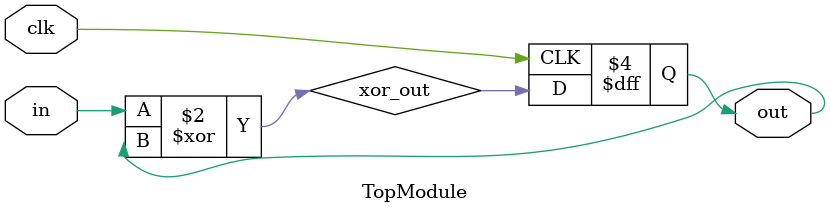
<source format=sv>

module TopModule (
  input wire clk,
  input wire in,
  output logic out
);

  // Intermediate signal to hold the XOR output
  logic xor_out;

  always_comb begin
    // Calculate the XOR of 'in' and 'out'
    xor_out = in ^ out;
  end

  // D flip-flop process with positive edge-triggered clock
  always_ff @(posedge clk) begin
    // Assign the result of the XOR to 'out' at every rising edge of 'clk'
    out <= xor_out;
  end

endmodule

// VERILOG-EVAL: errant inclusion of module definition

</source>
